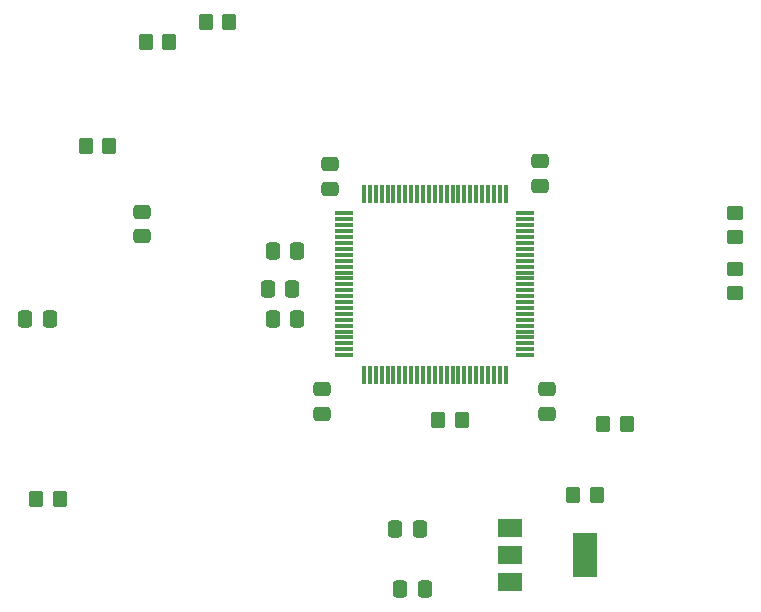
<source format=gbr>
%TF.GenerationSoftware,KiCad,Pcbnew,(6.0.5)*%
%TF.CreationDate,2024-04-02T18:11:07-05:00*%
%TF.ProjectId,final_project,66696e61-6c5f-4707-926f-6a6563742e6b,rev?*%
%TF.SameCoordinates,Original*%
%TF.FileFunction,Paste,Top*%
%TF.FilePolarity,Positive*%
%FSLAX46Y46*%
G04 Gerber Fmt 4.6, Leading zero omitted, Abs format (unit mm)*
G04 Created by KiCad (PCBNEW (6.0.5)) date 2024-04-02 18:11:07*
%MOMM*%
%LPD*%
G01*
G04 APERTURE LIST*
G04 Aperture macros list*
%AMRoundRect*
0 Rectangle with rounded corners*
0 $1 Rounding radius*
0 $2 $3 $4 $5 $6 $7 $8 $9 X,Y pos of 4 corners*
0 Add a 4 corners polygon primitive as box body*
4,1,4,$2,$3,$4,$5,$6,$7,$8,$9,$2,$3,0*
0 Add four circle primitives for the rounded corners*
1,1,$1+$1,$2,$3*
1,1,$1+$1,$4,$5*
1,1,$1+$1,$6,$7*
1,1,$1+$1,$8,$9*
0 Add four rect primitives between the rounded corners*
20,1,$1+$1,$2,$3,$4,$5,0*
20,1,$1+$1,$4,$5,$6,$7,0*
20,1,$1+$1,$6,$7,$8,$9,0*
20,1,$1+$1,$8,$9,$2,$3,0*%
G04 Aperture macros list end*
%ADD10RoundRect,0.250000X-0.337500X-0.475000X0.337500X-0.475000X0.337500X0.475000X-0.337500X0.475000X0*%
%ADD11RoundRect,0.250000X-0.350000X-0.450000X0.350000X-0.450000X0.350000X0.450000X-0.350000X0.450000X0*%
%ADD12R,2.000000X1.500000*%
%ADD13R,2.000000X3.800000*%
%ADD14RoundRect,0.250000X-0.475000X0.337500X-0.475000X-0.337500X0.475000X-0.337500X0.475000X0.337500X0*%
%ADD15RoundRect,0.250000X0.475000X-0.337500X0.475000X0.337500X-0.475000X0.337500X-0.475000X-0.337500X0*%
%ADD16RoundRect,0.075000X-0.725000X-0.075000X0.725000X-0.075000X0.725000X0.075000X-0.725000X0.075000X0*%
%ADD17RoundRect,0.075000X-0.075000X-0.725000X0.075000X-0.725000X0.075000X0.725000X-0.075000X0.725000X0*%
%ADD18RoundRect,0.250000X0.450000X-0.350000X0.450000X0.350000X-0.450000X0.350000X-0.450000X-0.350000X0*%
%ADD19RoundRect,0.250000X0.350000X0.450000X-0.350000X0.450000X-0.350000X-0.450000X0.350000X-0.450000X0*%
%ADD20RoundRect,0.250000X0.337500X0.475000X-0.337500X0.475000X-0.337500X-0.475000X0.337500X-0.475000X0*%
G04 APERTURE END LIST*
D10*
%TO.C,C4*%
X131275000Y-94960000D03*
X133350000Y-94960000D03*
%TD*%
D11*
%TO.C,R5*%
X145685000Y-106045000D03*
X147685000Y-106045000D03*
%TD*%
D12*
%TO.C,U1*%
X151790000Y-115175000D03*
X151790000Y-117475000D03*
D13*
X158090000Y-117475000D03*
D12*
X151790000Y-119775000D03*
%TD*%
D11*
%TO.C,R7*%
X120920000Y-74070000D03*
X122920000Y-74070000D03*
%TD*%
D14*
%TO.C,C7*%
X154305000Y-84165000D03*
X154305000Y-86240000D03*
%TD*%
D10*
%TO.C,C9*%
X131677500Y-97500000D03*
X133752500Y-97500000D03*
%TD*%
D15*
%TO.C,C5*%
X135890000Y-105522500D03*
X135890000Y-103447500D03*
%TD*%
D16*
%TO.C,U2*%
X137740000Y-88579000D03*
X137740000Y-89079000D03*
X137740000Y-89579000D03*
X137740000Y-90079000D03*
X137740000Y-90579000D03*
X137740000Y-91079000D03*
X137740000Y-91579000D03*
X137740000Y-92079000D03*
X137740000Y-92579000D03*
X137740000Y-93079000D03*
X137740000Y-93579000D03*
X137740000Y-94079000D03*
X137740000Y-94579000D03*
X137740000Y-95079000D03*
X137740000Y-95579000D03*
X137740000Y-96079000D03*
X137740000Y-96579000D03*
X137740000Y-97079000D03*
X137740000Y-97579000D03*
X137740000Y-98079000D03*
X137740000Y-98579000D03*
X137740000Y-99079000D03*
X137740000Y-99579000D03*
X137740000Y-100079000D03*
X137740000Y-100579000D03*
D17*
X139415000Y-102254000D03*
X139915000Y-102254000D03*
X140415000Y-102254000D03*
X140915000Y-102254000D03*
X141415000Y-102254000D03*
X141915000Y-102254000D03*
X142415000Y-102254000D03*
X142915000Y-102254000D03*
X143415000Y-102254000D03*
X143915000Y-102254000D03*
X144415000Y-102254000D03*
X144915000Y-102254000D03*
X145415000Y-102254000D03*
X145915000Y-102254000D03*
X146415000Y-102254000D03*
X146915000Y-102254000D03*
X147415000Y-102254000D03*
X147915000Y-102254000D03*
X148415000Y-102254000D03*
X148915000Y-102254000D03*
X149415000Y-102254000D03*
X149915000Y-102254000D03*
X150415000Y-102254000D03*
X150915000Y-102254000D03*
X151415000Y-102254000D03*
D16*
X153090000Y-100579000D03*
X153090000Y-100079000D03*
X153090000Y-99579000D03*
X153090000Y-99079000D03*
X153090000Y-98579000D03*
X153090000Y-98079000D03*
X153090000Y-97579000D03*
X153090000Y-97079000D03*
X153090000Y-96579000D03*
X153090000Y-96079000D03*
X153090000Y-95579000D03*
X153090000Y-95079000D03*
X153090000Y-94579000D03*
X153090000Y-94079000D03*
X153090000Y-93579000D03*
X153090000Y-93079000D03*
X153090000Y-92579000D03*
X153090000Y-92079000D03*
X153090000Y-91579000D03*
X153090000Y-91079000D03*
X153090000Y-90579000D03*
X153090000Y-90079000D03*
X153090000Y-89579000D03*
X153090000Y-89079000D03*
X153090000Y-88579000D03*
D17*
X151415000Y-86904000D03*
X150915000Y-86904000D03*
X150415000Y-86904000D03*
X149915000Y-86904000D03*
X149415000Y-86904000D03*
X148915000Y-86904000D03*
X148415000Y-86904000D03*
X147915000Y-86904000D03*
X147415000Y-86904000D03*
X146915000Y-86904000D03*
X146415000Y-86904000D03*
X145915000Y-86904000D03*
X145415000Y-86904000D03*
X144915000Y-86904000D03*
X144415000Y-86904000D03*
X143915000Y-86904000D03*
X143415000Y-86904000D03*
X142915000Y-86904000D03*
X142415000Y-86904000D03*
X141915000Y-86904000D03*
X141415000Y-86904000D03*
X140915000Y-86904000D03*
X140415000Y-86904000D03*
X139915000Y-86904000D03*
X139415000Y-86904000D03*
%TD*%
D14*
%TO.C,C1*%
X120650000Y-88440000D03*
X120650000Y-90515000D03*
%TD*%
D18*
%TO.C,R8*%
X170815000Y-90535000D03*
X170815000Y-88535000D03*
%TD*%
D19*
%TO.C,R2*%
X117840000Y-82895000D03*
X115840000Y-82895000D03*
%TD*%
D11*
%TO.C,R4*%
X157115000Y-112395000D03*
X159115000Y-112395000D03*
%TD*%
%TO.C,R6*%
X126000000Y-72390000D03*
X128000000Y-72390000D03*
%TD*%
D14*
%TO.C,C8*%
X136525000Y-84397500D03*
X136525000Y-86472500D03*
%TD*%
D11*
%TO.C,R3*%
X159655000Y-106390000D03*
X161655000Y-106390000D03*
%TD*%
%TO.C,R1*%
X111665000Y-112740000D03*
X113665000Y-112740000D03*
%TD*%
D18*
%TO.C,R9*%
X170815000Y-95285000D03*
X170815000Y-93285000D03*
%TD*%
D10*
%TO.C,C11*%
X142472500Y-120360000D03*
X144547500Y-120360000D03*
%TD*%
%TO.C,C3*%
X131677500Y-91785000D03*
X133752500Y-91785000D03*
%TD*%
D20*
%TO.C,C10*%
X144145000Y-115280000D03*
X142070000Y-115280000D03*
%TD*%
D15*
%TO.C,C6*%
X154940000Y-105522500D03*
X154940000Y-103447500D03*
%TD*%
D10*
%TO.C,C2*%
X110722500Y-97500000D03*
X112797500Y-97500000D03*
%TD*%
M02*

</source>
